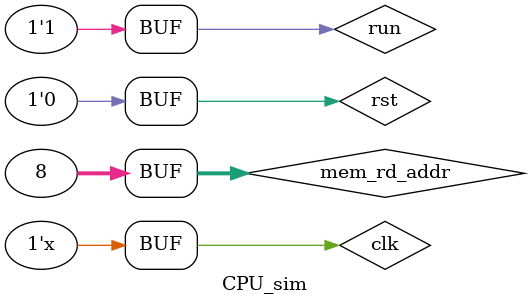
<source format=v>
`timescale 1ns / 1ps

module CPU_sim
#(
    parameter STATUS_W = 247,
    parameter SIGNAL_W = 23,
    parameter REG_W = 5,
    parameter WIDTH = 32,
    parameter FUNCT_W = 6,
    parameter OPCODE_W = 6,
    parameter ALUOP_W = 4
)();
    reg clk, rst;
    reg run;
    
    initial begin
        rst = 1;
        #10 rst = 0;
    end
    
    initial clk = 1;
    always #5 clk = ~clk;
    
    initial  run = 1;
    wire [WIDTH-1:0] mem_rd_addr = 8;
    wire [STATUS_W-1:0] cpu_status;
    wire [WIDTH-1:0] cpu_m_data;
    wire [WIDTH-1:0] cpu_rf_data;
    
    CPU cpu (
    	.clk(clk),
    	.rst(rst),
    	.run(run),
    	.m_rf_addr(mem_rd_addr[9:2]),
    	.status(cpu_status),
    	.m_data(cpu_m_data),
    	.rf_data(cpu_rf_data)
    );

endmodule

</source>
